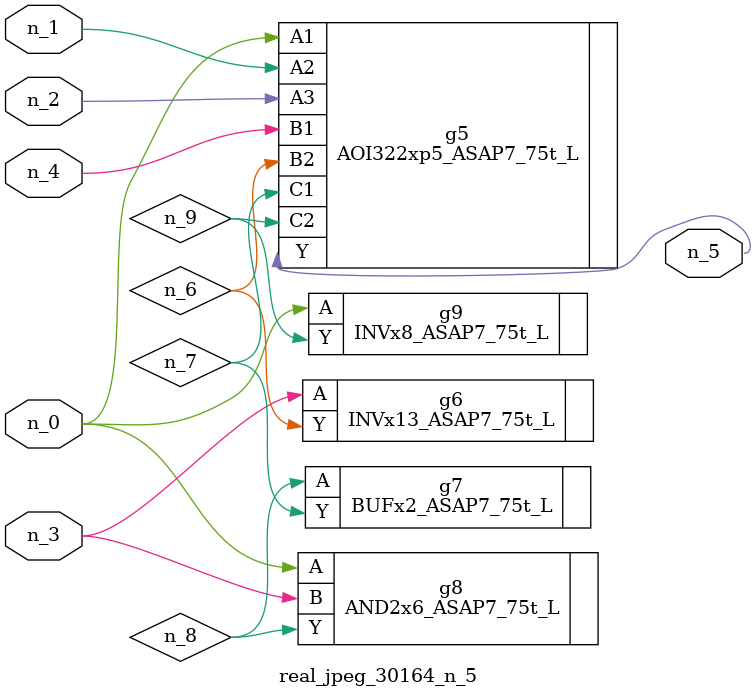
<source format=v>
module real_jpeg_30164_n_5 (n_4, n_0, n_1, n_2, n_3, n_5);

input n_4;
input n_0;
input n_1;
input n_2;
input n_3;

output n_5;

wire n_8;
wire n_6;
wire n_7;
wire n_9;

AOI322xp5_ASAP7_75t_L g5 ( 
.A1(n_0),
.A2(n_1),
.A3(n_2),
.B1(n_4),
.B2(n_6),
.C1(n_7),
.C2(n_9),
.Y(n_5)
);

AND2x6_ASAP7_75t_L g8 ( 
.A(n_0),
.B(n_3),
.Y(n_8)
);

INVx8_ASAP7_75t_L g9 ( 
.A(n_0),
.Y(n_9)
);

INVx13_ASAP7_75t_L g6 ( 
.A(n_3),
.Y(n_6)
);

BUFx2_ASAP7_75t_L g7 ( 
.A(n_8),
.Y(n_7)
);


endmodule
</source>
